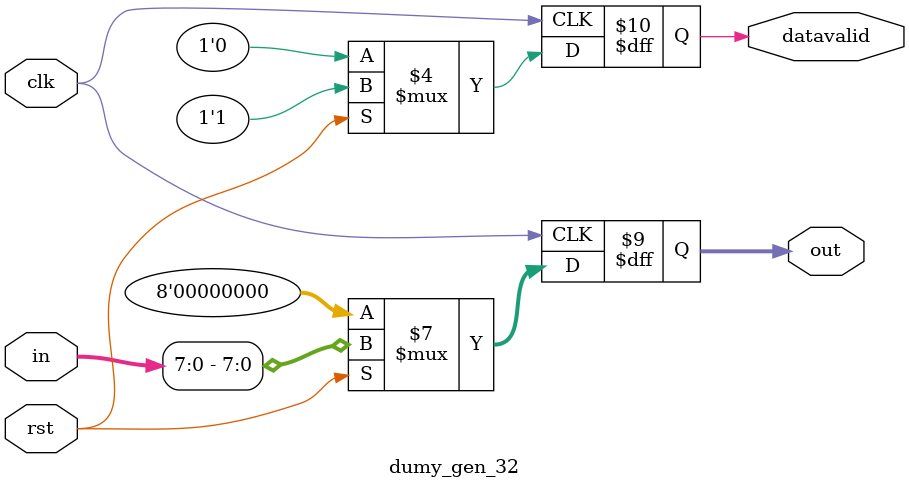
<source format=v>
`timescale 1ns / 1ps


module dumy_gen_32(
        out,
        datavalid,
        in,
        clk,
        rst
    );
    
    output reg [7:0]out;
    output reg datavalid;
    input [32*6-1:0]in;
    
    input clk,rst;
    
    always@(posedge clk)begin
        if(!rst)begin
            out <= 0;
            datavalid <= 0;
        end
        else begin
            out <= in[7:0];
            datavalid <= 1'b1;
        end
    end
endmodule

</source>
